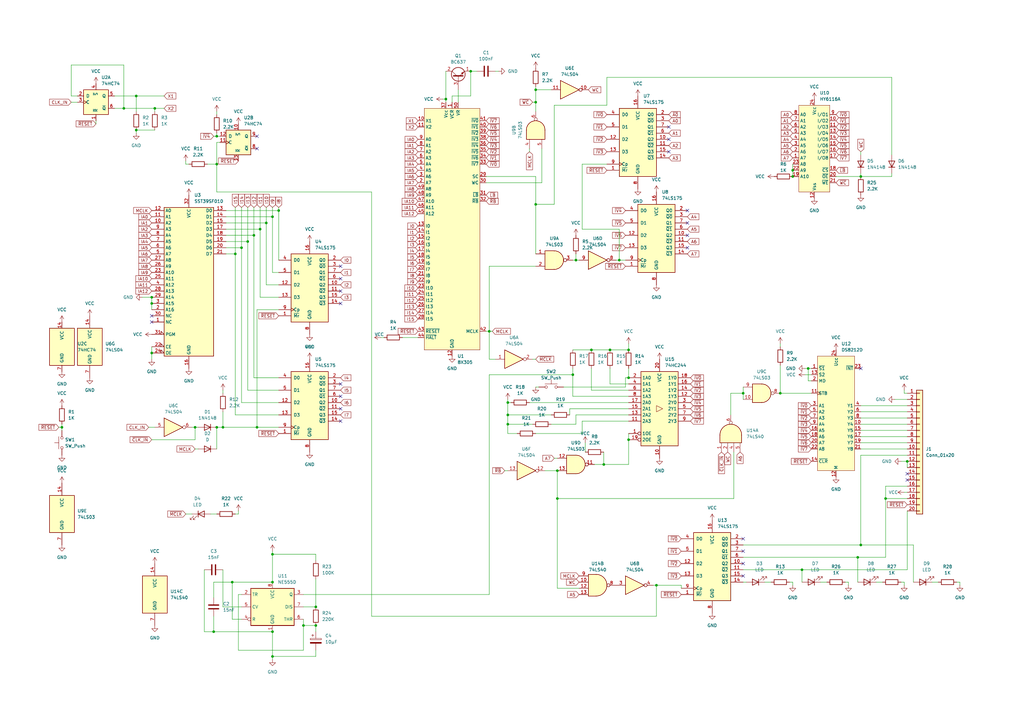
<source format=kicad_sch>
(kicad_sch (version 20230121) (generator eeschema)
  (paper "A3")
  (junction (at 325.12 69.85))
  (junction (at 50.8 44.45))
  (junction (at 236.22 106.68))
  (junction (at 228.6 193.04))
  (junction (at 25.4 175.26))
  (junction (at 129.54 248.92))
  (junction (at 55.88 39.37))
  (junction (at 304.8 161.29))
  (junction (at 95.25 238.76))
  (junction (at 320.04 161.29))
  (junction (at 193.04 29.21))
  (junction (at 219.71 41.91))
  (junction (at 234.95 153.67))
  (junction (at 353.06 223.52))
  (junction (at 182.88 40.64))
  (junction (at 114.3 86.36))
  (junction (at 88.9 175.26))
  (junction (at 250.19 143.51))
  (junction (at 372.11 189.23))
  (junction (at 111.76 269.24))
  (junction (at 55.88 53.34))
  (junction (at 91.44 175.26))
  (junction (at 228.6 204.47))
  (junction (at 62.23 124.46))
  (junction (at 353.06 72.39))
  (junction (at 328.93 233.68))
  (junction (at 129.54 256.54))
  (junction (at 88.9 67.31))
  (junction (at 111.76 259.08))
  (junction (at 254 106.68))
  (junction (at 111.76 238.76))
  (junction (at 111.76 227.33))
  (junction (at 269.24 240.03))
  (junction (at 101.6 99.06))
  (junction (at 63.5 44.45))
  (junction (at 257.81 154.94))
  (junction (at 62.23 144.78))
  (junction (at 87.63 259.08))
  (junction (at 62.23 121.92))
  (junction (at 111.76 88.9))
  (junction (at 99.06 101.6))
  (junction (at 351.79 228.6))
  (junction (at 219.71 83.82))
  (junction (at 88.9 55.88))
  (junction (at 208.28 173.99))
  (junction (at 247.65 190.5))
  (junction (at 80.01 175.26))
  (junction (at 104.14 96.52))
  (junction (at 96.52 104.14))
  (junction (at 200.66 135.89))
  (junction (at 219.71 36.83))
  (junction (at 105.41 175.26))
  (junction (at 257.81 180.34))
  (junction (at 257.81 143.51))
  (junction (at 109.22 91.44))
  (junction (at 208.28 165.1))
  (junction (at 325.12 72.39))
  (junction (at 242.57 143.51))
  (junction (at 208.28 170.18))
  (junction (at 106.68 93.98))
  (junction (at 363.22 204.47))
  (junction (at 124.46 256.54))
  (junction (at 331.47 151.13))
  (no_connect (at 304.8 236.22))
  (no_connect (at 139.7 172.72))
  (no_connect (at 274.32 57.15))
  (no_connect (at 274.32 52.07))
  (no_connect (at 274.32 62.23))
  (no_connect (at 304.8 226.06))
  (no_connect (at 139.7 109.22))
  (no_connect (at 105.41 55.88))
  (no_connect (at 353.06 151.13))
  (no_connect (at 105.41 60.96))
  (no_connect (at 372.11 196.85))
  (no_connect (at 62.23 132.08))
  (no_connect (at 139.7 124.46))
  (no_connect (at 139.7 167.64))
  (no_connect (at 281.94 96.52))
  (no_connect (at 139.7 114.3))
  (no_connect (at 139.7 157.48))
  (no_connect (at 304.8 220.98))
  (no_connect (at 139.7 162.56))
  (no_connect (at 304.8 231.14))
  (no_connect (at 281.94 101.6))
  (no_connect (at 62.23 129.54))
  (no_connect (at 139.7 119.38))
  (no_connect (at 281.94 86.36))
  (no_connect (at 372.11 194.31))
  (no_connect (at 281.94 91.44))
  (wire (pts (xy 236.22 106.68) (xy 237.49 106.68)))
  (wire (pts (xy 353.06 171.45) (xy 372.11 171.45)))
  (wire (pts (xy 88.9 54.61) (xy 88.9 55.88)))
  (wire (pts (xy 269.24 240.03) (xy 269.24 252.73)))
  (wire (pts (xy 353.06 179.07) (xy 372.11 179.07)))
  (wire (pts (xy 228.6 241.3) (xy 228.6 204.47)))
  (wire (pts (xy 372.11 233.68) (xy 372.11 209.55)))
  (wire (pts (xy 359.41 238.76) (xy 361.95 238.76)))
  (wire (pts (xy 97.79 266.7) (xy 97.79 243.84)))
  (wire (pts (xy 346.71 238.76) (xy 347.98 238.76)))
  (wire (pts (xy 99.06 85.09) (xy 99.06 101.6)))
  (wire (pts (xy 104.14 96.52) (xy 104.14 154.94)))
  (wire (pts (xy 208.28 170.18) (xy 208.28 165.1)))
  (wire (pts (xy 248.92 67.31) (xy 238.76 67.31)))
  (wire (pts (xy 227.33 187.96) (xy 228.6 187.96)))
  (wire (pts (xy 92.71 96.52) (xy 104.14 96.52)))
  (wire (pts (xy 29.21 39.37) (xy 31.75 39.37)))
  (wire (pts (xy 105.41 175.26) (xy 114.3 175.26)))
  (wire (pts (xy 299.72 161.29) (xy 299.72 170.18)))
  (wire (pts (xy 25.4 175.26) (xy 24.13 175.26)))
  (wire (pts (xy 193.04 29.21) (xy 195.58 29.21)))
  (wire (pts (xy 124.46 254) (xy 124.46 256.54)))
  (wire (pts (xy 313.69 238.76) (xy 316.23 238.76)))
  (wire (pts (xy 238.76 172.72) (xy 238.76 177.8)))
  (wire (pts (xy 257.81 140.97) (xy 257.81 143.51)))
  (wire (pts (xy 247.65 185.42) (xy 247.65 190.5)))
  (wire (pts (xy 63.5 44.45) (xy 50.8 44.45)))
  (wire (pts (xy 109.22 85.09) (xy 109.22 91.44)))
  (wire (pts (xy 50.8 26.67) (xy 29.21 26.67)))
  (wire (pts (xy 200.66 243.84) (xy 200.66 153.67)))
  (wire (pts (xy 96.52 104.14) (xy 96.52 170.18)))
  (wire (pts (xy 328.93 233.68) (xy 372.11 233.68)))
  (wire (pts (xy 218.44 173.99) (xy 208.28 173.99)))
  (wire (pts (xy 99.06 101.6) (xy 99.06 165.1)))
  (wire (pts (xy 129.54 248.92) (xy 124.46 248.92)))
  (wire (pts (xy 231.14 158.75) (xy 256.54 158.75)))
  (wire (pts (xy 106.68 121.92) (xy 114.3 121.92)))
  (wire (pts (xy 185.42 41.91) (xy 185.42 39.37)))
  (wire (pts (xy 222.25 74.93) (xy 199.39 74.93)))
  (wire (pts (xy 363.22 204.47) (xy 372.11 204.47)))
  (wire (pts (xy 129.54 227.33) (xy 111.76 227.33)))
  (wire (pts (xy 299.72 161.29) (xy 304.8 161.29)))
  (wire (pts (xy 331.47 151.13) (xy 332.74 151.13)))
  (wire (pts (xy 92.71 99.06) (xy 101.6 99.06)))
  (wire (pts (xy 92.71 91.44) (xy 109.22 91.44)))
  (wire (pts (xy 88.9 67.31) (xy 88.9 78.74)))
  (wire (pts (xy 208.28 165.1) (xy 209.55 165.1)))
  (wire (pts (xy 208.28 173.99) (xy 208.28 170.18)))
  (wire (pts (xy 129.54 229.87) (xy 129.54 227.33)))
  (wire (pts (xy 76.2 210.82) (xy 78.74 210.82)))
  (wire (pts (xy 353.06 223.52) (xy 304.8 223.52)))
  (wire (pts (xy 372.11 186.69) (xy 353.06 186.69)))
  (wire (pts (xy 207.01 193.04) (xy 208.28 193.04)))
  (wire (pts (xy 187.96 36.83) (xy 187.96 41.91)))
  (wire (pts (xy 111.76 227.33) (xy 111.76 238.76)))
  (wire (pts (xy 234.95 162.56) (xy 257.81 162.56)))
  (wire (pts (xy 228.6 193.04) (xy 228.6 204.47)))
  (wire (pts (xy 242.57 160.02) (xy 257.81 160.02)))
  (wire (pts (xy 320.04 149.86) (xy 320.04 161.29)))
  (wire (pts (xy 370.84 238.76) (xy 370.84 240.03)))
  (wire (pts (xy 238.76 93.98) (xy 254 93.98)))
  (wire (pts (xy 218.44 41.91) (xy 219.71 41.91)))
  (wire (pts (xy 330.2 151.13) (xy 331.47 151.13)))
  (wire (pts (xy 78.74 175.26) (xy 80.01 175.26)))
  (wire (pts (xy 60.96 175.26) (xy 63.5 175.26)))
  (wire (pts (xy 199.39 72.39) (xy 219.71 72.39)))
  (wire (pts (xy 323.85 238.76) (xy 325.12 238.76)))
  (wire (pts (xy 370.84 161.29) (xy 372.11 161.29)))
  (wire (pts (xy 234.95 151.13) (xy 234.95 153.67)))
  (wire (pts (xy 238.76 177.8) (xy 219.71 177.8)))
  (wire (pts (xy 109.22 91.44) (xy 109.22 116.84)))
  (wire (pts (xy 124.46 256.54) (xy 124.46 266.7)))
  (wire (pts (xy 83.82 259.08) (xy 87.63 259.08)))
  (wire (pts (xy 218.44 147.32) (xy 219.71 147.32)))
  (wire (pts (xy 46.99 44.45) (xy 50.8 44.45)))
  (wire (pts (xy 370.84 201.93) (xy 372.11 201.93)))
  (wire (pts (xy 369.57 238.76) (xy 370.84 238.76)))
  (wire (pts (xy 374.65 223.52) (xy 353.06 223.52)))
  (wire (pts (xy 111.76 85.09) (xy 111.76 88.9)))
  (wire (pts (xy 374.65 238.76) (xy 374.65 223.52)))
  (wire (pts (xy 223.52 193.04) (xy 228.6 193.04)))
  (wire (pts (xy 226.06 170.18) (xy 208.28 170.18)))
  (wire (pts (xy 88.9 45.72) (xy 88.9 46.99)))
  (wire (pts (xy 300.99 185.42) (xy 300.99 204.47)))
  (wire (pts (xy 29.21 26.67) (xy 29.21 39.37)))
  (wire (pts (xy 332.74 156.21) (xy 331.47 156.21)))
  (wire (pts (xy 55.88 39.37) (xy 67.31 39.37)))
  (wire (pts (xy 87.63 259.08) (xy 111.76 259.08)))
  (wire (pts (xy 370.84 160.02) (xy 370.84 161.29)))
  (wire (pts (xy 227.33 83.82) (xy 219.71 83.82)))
  (wire (pts (xy 97.79 243.84) (xy 99.06 243.84)))
  (wire (pts (xy 372.11 189.23) (xy 372.11 191.77)))
  (wire (pts (xy 238.76 67.31) (xy 238.76 93.98)))
  (wire (pts (xy 91.44 168.91) (xy 91.44 175.26)))
  (wire (pts (xy 250.19 151.13) (xy 250.19 157.48)))
  (wire (pts (xy 76.2 67.31) (xy 77.47 67.31)))
  (wire (pts (xy 392.43 238.76) (xy 393.7 238.76)))
  (wire (pts (xy 92.71 86.36) (xy 114.3 86.36)))
  (wire (pts (xy 353.06 181.61) (xy 372.11 181.61)))
  (wire (pts (xy 111.76 226.06) (xy 111.76 227.33)))
  (wire (pts (xy 331.47 156.21) (xy 331.47 151.13)))
  (wire (pts (xy 236.22 173.99) (xy 226.06 173.99)))
  (wire (pts (xy 111.76 270.51) (xy 111.76 269.24)))
  (wire (pts (xy 257.81 170.18) (xy 236.22 170.18)))
  (wire (pts (xy 62.23 144.78) (xy 62.23 147.32)))
  (wire (pts (xy 353.06 166.37) (xy 372.11 166.37)))
  (wire (pts (xy 353.06 168.91) (xy 372.11 168.91)))
  (wire (pts (xy 101.6 160.02) (xy 114.3 160.02)))
  (wire (pts (xy 25.4 173.99) (xy 25.4 175.26)))
  (wire (pts (xy 203.2 147.32) (xy 200.66 147.32)))
  (wire (pts (xy 363.22 199.39) (xy 363.22 204.47)))
  (wire (pts (xy 55.88 54.61) (xy 55.88 53.34)))
  (wire (pts (xy 363.22 228.6) (xy 363.22 204.47)))
  (wire (pts (xy 236.22 170.18) (xy 236.22 173.99)))
  (wire (pts (xy 76.2 66.04) (xy 76.2 67.31)))
  (wire (pts (xy 353.06 71.12) (xy 353.06 72.39)))
  (wire (pts (xy 185.42 39.37) (xy 193.04 39.37)))
  (wire (pts (xy 320.04 140.97) (xy 320.04 142.24)))
  (wire (pts (xy 114.3 86.36) (xy 114.3 106.68)))
  (wire (pts (xy 219.71 35.56) (xy 219.71 36.83)))
  (wire (pts (xy 92.71 101.6) (xy 99.06 101.6)))
  (wire (pts (xy 208.28 177.8) (xy 208.28 173.99)))
  (wire (pts (xy 95.25 238.76) (xy 111.76 238.76)))
  (wire (pts (xy 228.6 204.47) (xy 300.99 204.47)))
  (wire (pts (xy 250.19 157.48) (xy 257.81 157.48)))
  (wire (pts (xy 336.55 238.76) (xy 339.09 238.76)))
  (wire (pts (xy 193.04 39.37) (xy 193.04 29.21)))
  (wire (pts (xy 351.79 228.6) (xy 363.22 228.6)))
  (wire (pts (xy 83.82 233.68) (xy 83.82 259.08)))
  (wire (pts (xy 353.06 184.15) (xy 372.11 184.15)))
  (wire (pts (xy 219.71 72.39) (xy 219.71 83.82)))
  (wire (pts (xy 87.63 245.11) (xy 87.63 238.76)))
  (wire (pts (xy 347.98 238.76) (xy 347.98 240.03)))
  (wire (pts (xy 353.06 176.53) (xy 372.11 176.53)))
  (wire (pts (xy 257.81 177.8) (xy 257.81 180.34)))
  (wire (pts (xy 227.33 43.18) (xy 227.33 83.82)))
  (wire (pts (xy 325.12 69.85) (xy 325.12 72.39)))
  (wire (pts (xy 200.66 135.89) (xy 199.39 135.89)))
  (wire (pts (xy 200.66 109.22) (xy 200.66 135.89)))
  (wire (pts (xy 353.06 173.99) (xy 372.11 173.99)))
  (wire (pts (xy 88.9 184.15) (xy 88.9 175.26)))
  (wire (pts (xy 304.8 228.6) (xy 351.79 228.6)))
  (wire (pts (xy 80.01 175.26) (xy 81.28 175.26)))
  (wire (pts (xy 222.25 60.96) (xy 222.25 74.93)))
  (wire (pts (xy 92.71 93.98) (xy 106.68 93.98)))
  (wire (pts (xy 256.54 154.94) (xy 257.81 154.94)))
  (wire (pts (xy 200.66 135.89) (xy 200.66 147.32)))
  (wire (pts (xy 236.22 104.14) (xy 236.22 106.68)))
  (wire (pts (xy 124.46 266.7) (xy 97.79 266.7)))
  (wire (pts (xy 219.71 36.83) (xy 219.71 41.91)))
  (wire (pts (xy 55.88 39.37) (xy 46.99 39.37)))
  (wire (pts (xy 90.17 58.42) (xy 88.9 58.42)))
  (wire (pts (xy 114.3 127) (xy 105.41 127)))
  (wire (pts (xy 325.12 238.76) (xy 325.12 240.03)))
  (wire (pts (xy 91.44 233.68) (xy 91.44 248.92)))
  (wire (pts (xy 106.68 85.09) (xy 106.68 93.98)))
  (wire (pts (xy 111.76 111.76) (xy 114.3 111.76)))
  (wire (pts (xy 62.23 124.46) (xy 62.23 127)))
  (wire (pts (xy 365.76 31.75) (xy 248.92 31.75)))
  (wire (pts (xy 55.88 39.37) (xy 55.88 45.72)))
  (wire (pts (xy 129.54 269.24) (xy 111.76 269.24)))
  (wire (pts (xy 219.71 83.82) (xy 219.71 104.14)))
  (wire (pts (xy 182.88 29.21) (xy 182.88 40.64)))
  (wire (pts (xy 129.54 237.49) (xy 129.54 248.92)))
  (wire (pts (xy 353.06 186.69) (xy 353.06 223.52)))
  (wire (pts (xy 243.84 190.5) (xy 247.65 190.5)))
  (wire (pts (xy 101.6 99.06) (xy 101.6 160.02)))
  (wire (pts (xy 109.22 116.84) (xy 114.3 116.84)))
  (wire (pts (xy 165.1 138.43) (xy 171.45 138.43)))
  (wire (pts (xy 39.37 49.53) (xy 39.37 50.8)))
  (wire (pts (xy 240.03 181.61) (xy 240.03 185.42)))
  (wire (pts (xy 325.12 67.31) (xy 325.12 69.85)))
  (wire (pts (xy 96.52 85.09) (xy 96.52 104.14)))
  (wire (pts (xy 254 106.68) (xy 256.54 106.68)))
  (wire (pts (xy 257.81 180.34) (xy 257.81 190.5)))
  (wire (pts (xy 208.28 163.83) (xy 208.28 165.1)))
  (wire (pts (xy 269.24 240.03) (xy 279.4 240.03)))
  (wire (pts (xy 367.03 163.83) (xy 372.11 163.83)))
  (wire (pts (xy 247.65 190.5) (xy 257.81 190.5)))
  (wire (pts (xy 219.71 158.75) (xy 220.98 158.75)))
  (wire (pts (xy 304.8 161.29) (xy 304.8 158.75)))
  (wire (pts (xy 58.42 121.92) (xy 62.23 121.92)))
  (wire (pts (xy 382.27 238.76) (xy 384.81 238.76)))
  (wire (pts (xy 104.14 85.09) (xy 104.14 96.52)))
  (wire (pts (xy 267.97 240.03) (xy 269.24 240.03)))
  (wire (pts (xy 129.54 266.7) (xy 129.54 269.24)))
  (wire (pts (xy 217.17 62.23) (xy 217.17 60.96)))
  (wire (pts (xy 50.8 44.45) (xy 50.8 26.67)))
  (wire (pts (xy 97.79 209.55) (xy 97.79 210.82)))
  (wire (pts (xy 91.44 160.02) (xy 91.44 161.29)))
  (wire (pts (xy 257.81 143.51) (xy 250.19 143.51)))
  (wire (pts (xy 248.92 43.18) (xy 227.33 43.18)))
  (wire (pts (xy 279.4 240.03) (xy 279.4 241.3)))
  (wire (pts (xy 124.46 243.84) (xy 200.66 243.84)))
  (wire (pts (xy 182.88 40.64) (xy 182.88 41.91)))
  (wire (pts (xy 99.06 254) (xy 95.25 254)))
  (wire (pts (xy 248.92 31.75) (xy 248.92 43.18)))
  (wire (pts (xy 152.4 78.74) (xy 152.4 252.73)))
  (wire (pts (xy 104.14 154.94) (xy 114.3 154.94)))
  (wire (pts (xy 201.93 135.89) (xy 200.66 135.89)))
  (wire (pts (xy 29.21 41.91) (xy 31.75 41.91)))
  (wire (pts (xy 62.23 142.24) (xy 62.23 144.78)))
  (wire (pts (xy 88.9 78.74) (xy 152.4 78.74)))
  (wire (pts (xy 152.4 252.73) (xy 269.24 252.73)))
  (wire (pts (xy 111.76 259.08) (xy 111.76 269.24)))
  (wire (pts (xy 87.63 252.73) (xy 87.63 259.08)))
  (wire (pts (xy 365.76 31.75) (xy 365.76 63.5)))
  (wire (pts (xy 252.73 106.68) (xy 254 106.68)))
  (wire (pts (xy 101.6 85.09) (xy 101.6 99.06)))
  (wire (pts (xy 320.04 161.29) (xy 332.74 161.29)))
  (wire (pts (xy 242.57 151.13) (xy 242.57 160.02)))
  (wire (pts (xy 233.68 167.64) (xy 233.68 170.18)))
  (wire (pts (xy 62.23 180.34) (xy 80.01 180.34)))
  (wire (pts (xy 369.57 189.23) (xy 372.11 189.23)))
  (wire (pts (xy 257.81 151.13) (xy 257.81 154.94)))
  (wire (pts (xy 234.95 106.68) (xy 236.22 106.68)))
  (wire (pts (xy 63.5 44.45) (xy 63.5 45.72)))
  (wire (pts (xy 342.9 72.39) (xy 353.06 72.39)))
  (wire (pts (xy 393.7 238.76) (xy 393.7 240.03)))
  (wire (pts (xy 92.71 104.14) (xy 96.52 104.14)))
  (wire (pts (xy 304.8 161.29) (xy 304.8 163.83)))
  (wire (pts (xy 257.81 172.72) (xy 238.76 172.72)))
  (wire (pts (xy 200.66 109.22) (xy 219.71 109.22)))
  (wire (pts (xy 234.95 153.67) (xy 234.95 162.56)))
  (wire (pts (xy 212.09 177.8) (xy 208.28 177.8)))
  (wire (pts (xy 156.21 138.43) (xy 157.48 138.43)))
  (wire (pts (xy 96.52 170.18) (xy 114.3 170.18)))
  (wire (pts (xy 200.66 153.67) (xy 234.95 153.67)))
  (wire (pts (xy 254 93.98) (xy 254 106.68)))
  (wire (pts (xy 87.63 55.88) (xy 88.9 55.88)))
  (wire (pts (xy 237.49 241.3) (xy 228.6 241.3)))
  (wire (pts (xy 330.2 153.67) (xy 332.74 153.67)))
  (wire (pts (xy 353.06 62.23) (xy 353.06 63.5)))
  (wire (pts (xy 256.54 158.75) (xy 256.54 154.94)))
  (wire (pts (xy 250.19 143.51) (xy 242.57 143.51)))
  (wire (pts (xy 304.8 238.76) (xy 306.07 238.76)))
  (wire (pts (xy 63.5 44.45) (xy 67.31 44.45)))
  (wire (pts (xy 99.06 165.1) (xy 114.3 165.1)))
  (wire (pts (xy 95.25 254) (xy 95.25 238.76)))
  (wire (pts (xy 124.46 256.54) (xy 129.54 256.54)))
  (wire (pts (xy 129.54 256.54) (xy 129.54 259.08)))
  (wire (pts (xy 106.68 93.98) (xy 106.68 121.92)))
  (wire (pts (xy 87.63 238.76) (xy 95.25 238.76)))
  (wire (pts (xy 88.9 58.42) (xy 88.9 67.31)))
  (wire (pts (xy 181.61 40.64) (xy 182.88 40.64)))
  (wire (pts (xy 80.01 180.34) (xy 80.01 175.26)))
  (wire (pts (xy 219.71 41.91) (xy 219.71 45.72)))
  (wire (pts (xy 114.3 85.09) (xy 114.3 86.36)))
  (wire (pts (xy 111.76 88.9) (xy 111.76 111.76)))
  (wire (pts (xy 328.93 233.68) (xy 328.93 238.76)))
  (wire (pts (xy 91.44 248.92) (xy 99.06 248.92)))
  (wire (pts (xy 242.57 143.51) (xy 234.95 143.51)))
  (wire (pts (xy 62.23 121.92) (xy 62.23 124.46)))
  (wire (pts (xy 85.09 67.31) (xy 88.9 67.31)))
  (wire (pts (xy 353.06 72.39) (xy 365.76 72.39)))
  (wire (pts (xy 91.44 175.26) (xy 105.41 175.26)))
  (wire (pts (xy 304.8 233.68) (xy 328.93 233.68)))
  (wire (pts (xy 105.41 127) (xy 105.41 175.26)))
  (wire (pts (xy 88.9 55.88) (xy 90.17 55.88)))
  (wire (pts (xy 25.4 175.26) (xy 25.4 176.53)))
  (wire (pts (xy 217.17 165.1) (xy 257.81 165.1)))
  (wire (pts (xy 203.2 29.21) (xy 204.47 29.21)))
  (wire (pts (xy 351.79 228.6) (xy 351.79 238.76)))
  (wire (pts (xy 55.88 53.34) (xy 63.5 53.34)))
  (wire (pts (xy 365.76 72.39) (xy 365.76 71.12)))
  (wire (pts (xy 372.11 199.39) (xy 363.22 199.39)))
  (wire (pts (xy 86.36 210.82) (xy 88.9 210.82)))
  (wire (pts (xy 97.79 210.82) (xy 96.52 210.82)))
  (wire (pts (xy 257.81 167.64) (xy 233.68 167.64)))
  (wire (pts (xy 80.01 184.15) (xy 81.28 184.15)))
  (wire (pts (xy 88.9 175.26) (xy 91.44 175.26)))
  (wire (pts (xy 226.06 36.83) (xy 219.71 36.83)))
  (wire (pts (xy 92.71 88.9) (xy 111.76 88.9)))
  (global_label "CLK_IN" (shape input) (at 29.21 41.91 180) (property "Intersheetrefs" "${INTERSHEET_REFS}" (effects hide)))
  (global_label "MCLK" (shape input) (at 62.23 86.36 180) (property "Intersheetrefs" "${INTERSHEET_REFS}" (effects hide)))
  (global_label "IA9" (shape input) (at 62.23 111.76 180) (property "Intersheetrefs" "${INTERSHEET_REFS}" (effects hide)))
  (global_label "A2" (shape input) (at 274.32 59.69 0) (property "Intersheetrefs" "${INTERSHEET_REFS}" (effects hide)))
  (global_label "~{IV3}" (shape input) (at 283.21 162.56 0) (property "Intersheetrefs" "${INTERSHEET_REFS}" (effects hide)))
  (global_label "IA1" (shape input) (at 171.45 59.69 180) (property "Intersheetrefs" "${INTERSHEET_REFS}" (effects hide)))
  (global_label "IA12" (shape input) (at 62.23 119.38 180) (property "Intersheetrefs" "${INTERSHEET_REFS}" (effects hide)))
  (global_label "~{IV0}" (shape input) (at 248.92 46.99 180) (property "Intersheetrefs" "${INTERSHEET_REFS}" (effects hide)))
  (global_label "~{MCLK}" (shape input) (at 76.2 210.82 180) (property "Intersheetrefs" "${INTERSHEET_REFS}" (effects hide)))
  (global_label "~{IV0}" (shape input) (at 342.9 46.99 0) (property "Intersheetrefs" "${INTERSHEET_REFS}" (effects hide)))
  (global_label "~{RESET}" (shape input) (at 114.3 129.54 180) (property "Intersheetrefs" "${INTERSHEET_REFS}" (effects hide)))
  (global_label "I5" (shape input) (at 171.45 105.41 180) (property "Intersheetrefs" "${INTERSHEET_REFS}" (effects hide)))
  (global_label "~{IV5}" (shape input) (at 199.39 54.61 0) (property "Intersheetrefs" "${INTERSHEET_REFS}" (effects hide)))
  (global_label "CLK_IN" (shape input) (at 60.96 175.26 180) (property "Intersheetrefs" "${INTERSHEET_REFS}" (effects hide)))
  (global_label "I14" (shape input) (at 99.06 85.09 90) (property "Intersheetrefs" "${INTERSHEET_REFS}" (effects hide)))
  (global_label "~{CLK_IN}" (shape input) (at 62.23 180.34 180) (property "Intersheetrefs" "${INTERSHEET_REFS}" (effects hide)))
  (global_label "IA10" (shape input) (at 171.45 82.55 180) (property "Intersheetrefs" "${INTERSHEET_REFS}" (effects hide)))
  (global_label "A5" (shape input) (at 237.49 243.84 180) (property "Intersheetrefs" "${INTERSHEET_REFS}" (effects hide)))
  (global_label "~{IV3}" (shape input) (at 342.9 54.61 0) (property "Intersheetrefs" "${INTERSHEET_REFS}" (effects hide)))
  (global_label "X2" (shape input) (at 171.45 52.07 180) (property "Intersheetrefs" "${INTERSHEET_REFS}" (effects hide)))
  (global_label "WC" (shape input) (at 353.06 62.23 90) (property "Intersheetrefs" "${INTERSHEET_REFS}" (effects hide)))
  (global_label "I10" (shape input) (at 171.45 118.11 180) (property "Intersheetrefs" "${INTERSHEET_REFS}" (effects hide)))
  (global_label "IA10" (shape input) (at 62.23 114.3 180) (property "Intersheetrefs" "${INTERSHEET_REFS}" (effects hide)))
  (global_label "~{IV0}" (shape input) (at 283.21 154.94 0) (property "Intersheetrefs" "${INTERSHEET_REFS}" (effects hide)))
  (global_label "~{IV4}" (shape input) (at 342.9 57.15 0) (property "Intersheetrefs" "${INTERSHEET_REFS}" (effects hide)))
  (global_label "A6" (shape input) (at 303.53 185.42 270) (property "Intersheetrefs" "${INTERSHEET_REFS}" (effects hide)))
  (global_label "WC" (shape input) (at 241.3 36.83 0) (property "Intersheetrefs" "${INTERSHEET_REFS}" (effects hide)))
  (global_label "I11" (shape input) (at 171.45 120.65 180) (property "Intersheetrefs" "${INTERSHEET_REFS}" (effects hide)))
  (global_label "I4" (shape input) (at 171.45 102.87 180) (property "Intersheetrefs" "${INTERSHEET_REFS}" (effects hide)))
  (global_label "WC" (shape input) (at 237.49 238.76 180) (property "Intersheetrefs" "${INTERSHEET_REFS}" (effects hide)))
  (global_label "~{A0}" (shape input) (at 274.32 46.99 0) (property "Intersheetrefs" "${INTERSHEET_REFS}" (effects hide)))
  (global_label "X1" (shape input) (at 171.45 49.53 180) (property "Intersheetrefs" "${INTERSHEET_REFS}" (effects hide)))
  (global_label "IA5" (shape input) (at 171.45 69.85 180) (property "Intersheetrefs" "${INTERSHEET_REFS}" (effects hide)))
  (global_label "~{IV4}" (shape input) (at 199.39 57.15 0) (property "Intersheetrefs" "${INTERSHEET_REFS}" (effects hide)))
  (global_label "IA8" (shape input) (at 171.45 77.47 180) (property "Intersheetrefs" "${INTERSHEET_REFS}" (effects hide)))
  (global_label "I1" (shape input) (at 139.7 111.76 0) (property "Intersheetrefs" "${INTERSHEET_REFS}" (effects hide)))
  (global_label "I12" (shape input) (at 104.14 85.09 90) (property "Intersheetrefs" "${INTERSHEET_REFS}" (effects hide)))
  (global_label "I6" (shape input) (at 139.7 165.1 0) (property "Intersheetrefs" "${INTERSHEET_REFS}" (effects hide)))
  (global_label "IA8" (shape input) (at 62.23 109.22 180) (property "Intersheetrefs" "${INTERSHEET_REFS}" (effects hide)))
  (global_label "~{IV2}" (shape input) (at 199.39 62.23 0) (property "Intersheetrefs" "${INTERSHEET_REFS}" (effects hide)))
  (global_label "~{IV6}" (shape input) (at 283.21 170.18 0) (property "Intersheetrefs" "${INTERSHEET_REFS}" (effects hide)))
  (global_label "~{RESET}" (shape input) (at 256.54 109.22 180) (property "Intersheetrefs" "${INTERSHEET_REFS}" (effects hide)))
  (global_label "I15" (shape input) (at 171.45 130.81 180) (property "Intersheetrefs" "${INTERSHEET_REFS}" (effects hide)))
  (global_label "MCLK" (shape input) (at 237.49 236.22 180) (property "Intersheetrefs" "${INTERSHEET_REFS}" (effects hide)))
  (global_label "A4" (shape input) (at 325.12 57.15 180) (property "Intersheetrefs" "${INTERSHEET_REFS}" (effects hide)))
  (global_label "I13" (shape input) (at 171.45 125.73 180) (property "Intersheetrefs" "${INTERSHEET_REFS}" (effects hide)))
  (global_label "~{IV7}" (shape input) (at 342.9 64.77 0) (property "Intersheetrefs" "${INTERSHEET_REFS}" (effects hide)))
  (global_label "I4" (shape input) (at 139.7 154.94 0) (property "Intersheetrefs" "${INTERSHEET_REFS}" (effects hide)))
  (global_label "I14" (shape input) (at 171.45 128.27 180) (property "Intersheetrefs" "${INTERSHEET_REFS}" (effects hide)))
  (global_label "I0" (shape input) (at 171.45 92.71 180) (property "Intersheetrefs" "${INTERSHEET_REFS}" (effects hide)))
  (global_label "IA6" (shape input) (at 62.23 104.14 180) (property "Intersheetrefs" "${INTERSHEET_REFS}" (effects hide)))
  (global_label "I5" (shape input) (at 139.7 160.02 0) (property "Intersheetrefs" "${INTERSHEET_REFS}" (effects hide)))
  (global_label "IA7" (shape input) (at 62.23 106.68 180) (property "Intersheetrefs" "${INTERSHEET_REFS}" (effects hide)))
  (global_label "~{RESET}" (shape input) (at 114.3 177.8 180) (property "Intersheetrefs" "${INTERSHEET_REFS}" (effects hide)))
  (global_label "~{IV2}" (shape input) (at 248.92 57.15 180) (property "Intersheetrefs" "${INTERSHEET_REFS}" (effects hide)))
  (global_label "I9" (shape input) (at 171.45 115.57 180) (property "Intersheetrefs" "${INTERSHEET_REFS}" (effects hide)))
  (global_label "I0" (shape input) (at 139.7 106.68 0) (property "Intersheetrefs" "${INTERSHEET_REFS}" (effects hide)))
  (global_label "I2" (shape input) (at 139.7 116.84 0) (property "Intersheetrefs" "${INTERSHEET_REFS}" (effects hide)))
  (global_label "~{IV0}" (shape input) (at 332.74 166.37 180) (property "Intersheetrefs" "${INTERSHEET_REFS}" (effects hide)))
  (global_label "~{IV4}" (shape input) (at 87.63 55.88 180) (property "Intersheetrefs" "${INTERSHEET_REFS}" (effects hide)))
  (global_label "I13" (shape input) (at 101.6 85.09 90) (property "Intersheetrefs" "${INTERSHEET_REFS}" (effects hide)))
  (global_label "~{IV2}" (shape input) (at 342.9 52.07 0) (property "Intersheetrefs" "${INTERSHEET_REFS}" (effects hide)))
  (global_label "~{IV1}" (shape input) (at 248.92 52.07 180) (property "Intersheetrefs" "${INTERSHEET_REFS}" (effects hide)))
  (global_label "A2" (shape input) (at 325.12 52.07 180) (property "Intersheetrefs" "${INTERSHEET_REFS}" (effects hide)))
  (global_label "A7" (shape input) (at 325.12 64.77 180) (property "Intersheetrefs" "${INTERSHEET_REFS}" (effects hide)))
  (global_label "I12" (shape input) (at 171.45 123.19 180) (property "Intersheetrefs" "${INTERSHEET_REFS}" (effects hide)))
  (global_label "~{MCLK}" (shape input) (at 219.71 147.32 0) (property "Intersheetrefs" "${INTERSHEET_REFS}" (effects hide)))
  (global_label "IA9" (shape input) (at 171.45 80.01 180) (property "Intersheetrefs" "${INTERSHEET_REFS}" (effects hide)))
  (global_label "~{LB}" (shape input) (at 342.9 69.85 0) (property "Intersheetrefs" "${INTERSHEET_REFS}" (effects hide)))
  (global_label "~{IV4}" (shape input) (at 256.54 86.36 180) (property "Intersheetrefs" "${INTERSHEET_REFS}" (effects hide)))
  (global_label "~{RB}" (shape input) (at 199.39 82.55 0) (property "Intersheetrefs" "${INTERSHEET_REFS}" (effects hide)))
  (global_label "IA12" (shape input) (at 171.45 87.63 180) (property "Intersheetrefs" "${INTERSHEET_REFS}" (effects hide)))
  (global_label "A3" (shape input) (at 325.12 54.61 180) (property "Intersheetrefs" "${INTERSHEET_REFS}" (effects hide)))
  (global_label "~{RESET}" (shape input) (at 332.74 189.23 180) (property "Intersheetrefs" "${INTERSHEET_REFS}" (effects hide)))
  (global_label "I3" (shape input) (at 171.45 100.33 180) (property "Intersheetrefs" "${INTERSHEET_REFS}" (effects hide)))
  (global_label "~{IV0}" (shape input) (at 199.39 67.31 0) (property "Intersheetrefs" "${INTERSHEET_REFS}" (effects hide)))
  (global_label "A1" (shape input) (at 325.12 49.53 180) (property "Intersheetrefs" "${INTERSHEET_REFS}" (effects hide)))
  (global_label "I1" (shape input) (at 171.45 95.25 180) (property "Intersheetrefs" "${INTERSHEET_REFS}" (effects hide)))
  (global_label "~{IV6}" (shape input) (at 199.39 52.07 0) (property "Intersheetrefs" "${INTERSHEET_REFS}" (effects hide)))
  (global_label "~{IV7}" (shape input) (at 199.39 49.53 0) (property "Intersheetrefs" "${INTERSHEET_REFS}" (effects hide)))
  (global_label "~{RESET}" (shape input) (at 39.37 50.8 180) (property "Intersheetrefs" "${INTERSHEET_REFS}" (effects hide)))
  (global_label "IA3" (shape input) (at 62.23 96.52 180) (property "Intersheetrefs" "${INTERSHEET_REFS}" (effects hide)))
  (global_label "I8" (shape input) (at 114.3 85.09 90) (property "Intersheetrefs" "${INTERSHEET_REFS}" (effects hide)))
  (global_label "MCLK" (shape input) (at 80.01 184.15 180) (property "Intersheetrefs" "${INTERSHEET_REFS}" (effects hide)))
  (global_label "A3" (shape input) (at 274.32 64.77 0) (property "Intersheetrefs" "${INTERSHEET_REFS}" (effects hide)))
  (global_label "A5" (shape input) (at 325.12 59.69 180) (property "Intersheetrefs" "${INTERSHEET_REFS}" (effects hide)))
  (global_label "IA2" (shape input) (at 62.23 93.98 180) (property "Intersheetrefs" "${INTERSHEET_REFS}" (effects hide)))
  (global_label "X1" (shape input) (at 67.31 39.37 0) (property "Intersheetrefs" "${INTERSHEET_REFS}" (effects hide)))
  (global_label "~{IV7}" (shape input) (at 283.21 172.72 0) (property "Intersheetrefs" "${INTERSHEET_REFS}" (effects hide)))
  (global_label "~{IV6}" (shape input) (at 256.54 96.52 180) (property "Intersheetrefs" "${INTERSHEET_REFS}" (effects hide)))
  (global_label "A0" (shape input) (at 274.32 49.53 0) (property "Intersheetrefs" "${INTERSHEET_REFS}" (effects hide)))
  (global_label "~{IV1}" (shape input) (at 283.21 157.48 0) (property "Intersheetrefs" "${INTERSHEET_REFS}" (effects hide)))
  (global_label "A4" (shape input) (at 281.94 88.9 0) (property "Intersheetrefs" "${INTERSHEET_REFS}" (effects hide)))
  (global_label "IA11" (shape input) (at 62.23 116.84 180) (property "Intersheetrefs" "${INTERSHEET_REFS}" (effects hide)))
  (global_label "A6" (shape input) (at 281.94 99.06 0) (property "Intersheetrefs" "${INTERSHEET_REFS}" (effects hide)))
  (global_label "~{IV1}" (shape input) (at 332.74 168.91 180) (property "Intersheetrefs" "${INTERSHEET_REFS}" (effects hide)))
  (global_label "MCLK" (shape input) (at 201.93 135.89 0) (property "Intersheetrefs" "${INTERSHEET_REFS}" (effects hide)))
  (global_label "~{WC}" (shape input) (at 218.44 41.91 180) (property "Intersheetrefs" "${INTERSHEET_REFS}" (effects hide)))
  (global_label "I9" (shape input) (at 111.76 85.09 90) (property "Intersheetrefs" "${INTERSHEET_REFS}" (effects hide)))
  (global_label "IA0" (shape input) (at 62.23 88.9 180) (property "Intersheetrefs" "${INTERSHEET_REFS}" (effects hide)))
  (global_label "~{LB}" (shape input) (at 199.39 80.01 0) (property "Intersheetrefs" "${INTERSHEET_REFS}" (effects hide)))
  (global_label "~{RESET}" (shape input) (at 97.79 66.04 180) (property "Intersheetrefs" "${INTERSHEET_REFS}" (effects hide)))
  (global_label "I7" (shape input) (at 139.7 170.18 0) (property "Intersheetrefs" "${INTERSHEET_REFS}" (effects hide)))
  (global_label "~{IV0}" (shape input) (at 279.4 220.98 180) (property "Intersheetrefs" "${INTERSHEET_REFS}" (effects hide)))
  (global_label "A7" (shape input) (at 227.33 187.96 180) (property "Intersheetrefs" "${INTERSHEET_REFS}" (effects hide)))
  (global_label "~{RESET}" (shape input) (at 372.11 207.01 180) (property "Intersheetrefs" "${INTERSHEET_REFS}" (effects hide)))
  (global_label "IA1" (shape input) (at 62.23 91.44 180) (property "Intersheetrefs" "${INTERSHEET_REFS}" (effects hide)))
  (global_label "IA6" (shape input) (at 171.45 72.39 180) (property "Intersheetrefs" "${INTERSHEET_REFS}" (effects hide)))
  (global_label "~{RESET}" (shape input) (at 279.4 243.84 180) (property "Intersheetrefs" "${INTERSHEET_REFS}" (effects hide)))
  (global_label "~{IV5}" (shape input) (at 342.9 59.69 0) (property "Intersheetrefs" "${INTERSHEET_REFS}" (effects hide)))
  (global_label "~{IV3}" (shape input) (at 248.92 62.23 180) (property "Intersheetrefs" "${INTERSHEET_REFS}" (effects hide)))
  (global_label "IA3" (shape input) (at 171.45 64.77 180) (property "Intersheetrefs" "${INTERSHEET_REFS}" (effects hide)))
  (global_label "~{RESET}" (shape input) (at 24.13 175.26 180) (property "Intersheetrefs" "${INTERSHEET_REFS}" (effects hide)))
  (global_label "IA4" (shape input) (at 171.45 67.31 180) (property "Intersheetrefs" "${INTERSHEET_REFS}" (effects hide)))
  (global_label "A1" (shape input) (at 274.32 54.61 0) (property "Intersheetrefs" "${INTERSHEET_REFS}" (effects hide)))
  (global_label "A6" (shape input) (at 325.12 62.23 180) (property "Intersheetrefs" "${INTERSHEET_REFS}" (effects hide)))
  (global_label "~{IV7}" (shape input) (at 332.74 184.15 180) (property "Intersheetrefs" "${INTERSHEET_REFS}" (effects hide)))
  (global_label "~{IV5}" (shape input) (at 283.21 167.64 0) (property "Intersheetrefs" "${INTERSHEET_REFS}" (effects hide)))
  (global_label "~{IV3}" (shape input) (at 332.74 173.99 180) (property "Intersheetrefs" "${INTERSHEET_REFS}" (effects hide)))
  (global_label "IA11" (shape input) (at 171.45 85.09 180) (property "Intersheetrefs" "${INTERSHEET_REFS}" (effects hide)))
  (global_label "~{RB}" (shape input) (at 207.01 193.04 180) (property "Intersheetrefs" "${INTERSHEET_REFS}" (effects hide)))
  (global_label "~{IV7}" (shape input) (at 256.54 101.6 180) (property "Intersheetrefs" "${INTERSHEET_REFS}" (effects hide)))
  (global_label "~{CLK_IN}" (shape input) (at 295.91 185.42 270) (property "Intersheetrefs" "${INTERSHEET_REFS}" (effects hide)))
  (global_label "~{IV2}" (shape input) (at 332.74 171.45 180) (property "Intersheetrefs" "${INTERSHEET_REFS}" (effects hide)))
  (global_label "X2" (shape input) (at 67.31 44.45 0) (property "Intersheetrefs" "${INTERSHEET_REFS}" (effects hide)))
  (global_label "I8" (shape input) (at 171.45 113.03 180) (property "Intersheetrefs" "${INTERSHEET_REFS}" (effects hide)))
  (global_label "~{WC}" (shape input) (at 342.9 74.93 0) (property "Intersheetrefs" "${INTERSHEET_REFS}" (effects hide)))
  (global_label "MCLK" (shape input) (at 217.17 62.23 270) (property "Intersheetrefs" "${INTERSHEET_REFS}" (effects hide)))
  (global_label "A7" (shape input) (at 281.94 104.14 0) (property "Intersheetrefs" "${INTERSHEET_REFS}" (effects hide)))
  (global_label "~{IV6}" (shape input) (at 342.9 62.23 0) (property "Intersheetrefs" "${INTERSHEET_REFS}" (effects hide)))
  (global_label "~{IV6}" (shape input) (at 332.74 181.61 180) (property "Intersheetrefs" "${INTERSHEET_REFS}" (effects hide)))
  (global_label "I10" (shape input) (at 109.22 85.09 90) (property "Intersheetrefs" "${INTERSHEET_REFS}" (effects hide)))
  (global_label "~{IV4}" (shape input) (at 283.21 165.1 0) (property "Intersheetrefs" "${INTERSHEET_REFS}" (effects hide)))
  (global_label "~{IV3}" (shape input) (at 199.39 59.69 0) (property "Intersheetrefs" "${INTERSHEET_REFS}" (effects hide)))
  (global_label "WC" (shape input) (at 298.45 185.42 270) (property "Intersheetrefs" "${INTERSHEET_REFS}" (effects hide)))
  (global_label "~{IV5}" (shape input) (at 332.74 179.07 180) (property "Intersheetrefs" "${INTERSHEET_REFS}" (effects hide)))
  (global_label "~{IV1}" (shape input) (at 342.9 49.53 0) (property "Intersheetrefs" "${INTERSHEET_REFS}" (effects hide)))
  (global_label "~{IV1}" (shape input) (at 279.4 226.06 180) (property "Intersheetrefs" "${INTERSHEET_REFS}" (effects hide)))
  (global_label "I2" (shape input) (at 171.45 97.79 180) (property "Intersheetrefs" "${INTERSHEET_REFS}" (effects hide)))
  (global_label "IA2" (shape input) (at 171.45 62.23 180) (property "Intersheetrefs" "${INTERSHEET_REFS}" (effects hide)))
  (global_label "~{IV4}" (shape input) (at 332.74 176.53 180) (property "Intersheetrefs" "${INTERSHEET_REFS}" (effects hide)))
  (global_label "~{IV1}" (shape input) (at 199.39 64.77 0) (property "Intersheetrefs" "${INTERSHEET_REFS}" (effects hide)))
  (global_label "IA4" (shape input) (at 62.23 99.06 180) (property "Intersheetrefs" "${INTERSHEET_REFS}" (effects hide)))
  (global_label "~{IV3}" (shape input) (at 279.4 236.22 180) (property "Intersheetrefs" "${INTERSHEET_REFS}" (effects hide)))
  (global_label "IA0" (shape input) (at 171.45 57.15 180) (property "Intersheetrefs" "${INTERSHEET_REFS}" (effects hide)))
  (global_label "I11" (shape input) (at 106.68 85.09 90) (property "Intersheetrefs" "${INTERSHEET_REFS}" (effects hide)))
  (global_label "~{RESET}" (shape input) (at 171.45 135.89 180) (property "Intersheetrefs" "${INTERSHEET_REFS}" (effects hide)))
  (global_label "~{IV2}" (shape input) (at 283.21 160.02 0) (property "Intersheetrefs" "${INTERSHEET_REFS}" (effects hide)))
  (global_label "~{RESET}" (shape input) (at 248.92 69.85 180) (property "Intersheetrefs" "${INTERSHEET_REFS}" (effects hide)))
  (global_label "I6" (shape input) (at 171.45 107.95 180) (property "Intersheetrefs" "${INTERSHEET_REFS}" (effects hide)))
  (global_label "A5" (shape input) (at 281.94 93.98 0) (property "Intersheetrefs" "${INTERSHEET_REFS}" (effects hide)))
  (global_label "IA5" (shape input) (at 62.23 101.6 180) (property "Intersheetrefs" "${INTERSHEET_REFS}" (effects hide)))
  (global_label "I3" (shape input) (at 139.7 121.92 0) (property "Intersheetrefs" "${INTERSHEET_REFS}" (effects hide)))
  (global_label "IA7" (shape input) (at 171.45 74.93 180) (property "Intersheetrefs" "${INTERSHEET_REFS}" (effects hide)))
  (global_label "I7" (shape input) (at 171.45 110.49 180) (property "Intersheetrefs" "${INTERSHEET_REFS}" (effects hide)))
  (global_label "I15" (shape input) (at 96.52 85.09 90) (property "Intersheetrefs" "${INTERSHEET_REFS}" (effects hide)))
  (global_label "~{IV5}" (shape input) (at 256.54 91.44 180) (property "Intersheetrefs" "${INTERSHEET_REFS}" (effects hide)))
  (global_label "A0" (shape input) (at 325.12 46.99 180) (property "Intersheetrefs" "${INTERSHEET_REFS}" (effects hide)))
  (global_label "~{IV2}" (shape input) (at 279.4 231.14 180) (property "Intersheetrefs" "${INTERSHEET_REFS}" (effects hide)))
  (symbol (lib_id "power:GND") (at 63.5 256.54 0) (unit 1)
    (property "Reference" "#PWR044" (effects hide))
    (property "Value" "GND" (at 63.5 261.62 0))
  )
  (symbol (lib_id "power:GND") (at 347.98 240.03 0) (unit 1)
    (property "Reference" "#PWR061" (effects hide))
    (property "Value" "GND" (at 347.98 245.11 0))
  )
  (symbol (lib_id "74xx:74HC244") (at 270.51 167.64 0) (unit 1)
    (property "Reference" "U15" (at 272.7041 147.32 0) (effects (justify left)))
    (property "Value" "74HC244" (at 272.7041 149.86 0) (effects (justify left)))
    (property "Footprint" "Package_DIP:DIP-20_W7.62mm" (effects hide))
    (property "Datasheet" "https://assets.nexperia.com/documents/data-sheet/74HC_HCT244.pdf" (effects hide))
  )
  (symbol (lib_id "Device:R") (at 321.31 72.39 90) (unit 1)
    (property "Reference" "R6" (at 321.31 67.31 90))
    (property "Value" "1K" (at 321.31 69.85 90))
  )
  (symbol (lib_id "power:VCC") (at 97.79 209.55 0) (unit 1)
    (property "Reference" "#PWR057" (effects hide))
    (property "Value" "VCC" (at 97.79 204.47 0))
  )
  (symbol (lib_id "power:VCC") (at 25.4 198.12 0) (unit 1)
    (property "Reference" "#PWR028" (effects hide))
    (property "Value" "VCC" (at 25.4 193.04 0))
  )
  (symbol (lib_id "power:VCC") (at 219.71 27.94 0) (unit 1)
    (property "Reference" "#PWR033" (effects hide))
    (property "Value" "VCC" (at 219.71 22.86 0))
  )
  (symbol (lib_id "Device:R") (at 229.87 170.18 90) (unit 1)
    (property "Reference" "R19" (at 229.87 163.83 90))
    (property "Value" "1K" (at 229.87 166.37 90))
  )
  (symbol (lib_id "Device:LED") (at 378.46 238.76 180) (unit 1)
    (property "Reference" "D9" (at 380.0475 231.14 0))
    (property "Value" "LED" (at 380.0475 233.68 0))
  )
  (symbol (lib_id "TholinsStuff:DS8212D") (at 342.9 137.16 0) (unit 1)
    (property "Reference" "U12" (at 345.0941 140.97 0) (effects (justify left)))
    (property "Value" "DS8212D" (at 345.0941 143.51 0) (effects (justify left)))
    (property "Footprint" "Package_DIP:DIP-24_W15.24mm" (effects hide))
  )
  (symbol (lib_id "power:VCC") (at 36.83 129.54 0) (unit 1)
    (property "Reference" "#PWR019" (effects hide))
    (property "Value" "VCC" (at 36.83 124.46 0))
  )
  (symbol (lib_id "power:VCC") (at 292.1 213.36 0) (unit 1)
    (property "Reference" "#PWR040" (effects hide))
    (property "Value" "VCC" (at 292.1 208.28 0))
  )
  (symbol (lib_id "Device:R") (at 236.22 100.33 180) (unit 1)
    (property "Reference" "R5" (at 238.76 99.06 0) (effects (justify right)))
    (property "Value" "2.2K" (at 238.76 101.6 0) (effects (justify right)))
  )
  (symbol (lib_id "power:GND") (at 25.4 152.4 0) (unit 1)
    (property "Reference" "#PWR02" (effects hide))
    (property "Value" "GND" (at 25.4 157.48 0))
  )
  (symbol (lib_id "power:VCC") (at 97.79 50.8 0) (unit 1)
    (property "Reference" "#PWR022" (effects hide))
    (property "Value" "VCC" (at 97.79 45.72 0))
  )
  (symbol (lib_id "power:VCC") (at 370.84 201.93 90) (unit 1)
    (property "Reference" "#PWR052" (effects hide))
    (property "Value" "VCC" (at 368.3 201.93 90) (effects (justify left)))
  )
  (symbol (lib_id "74xx:74LS03") (at 312.42 161.29 0) (unit 3)
    (property "Reference" "U9" (at 312.4117 152.4 0))
    (property "Value" "74LS03" (at 312.4117 154.94 0))
    (property "Datasheet" "http://www.ti.com/lit/gpn/sn74LS03" (effects hide))
  )
  (symbol (lib_id "power:GND") (at 77.47 151.13 0) (unit 1)
    (property "Reference" "#PWR010" (effects hide))
    (property "Value" "GND" (at 77.47 156.21 0))
  )
  (symbol (lib_id "power:GND") (at 204.47 29.21 90) (unit 1)
    (property "Reference" "#PWR021" (effects hide))
    (property "Value" "GND" (at 208.28 29.21 90) (effects (justify right)))
  )
  (symbol (lib_id "Device:R") (at 222.25 173.99 90) (unit 1)
    (property "Reference" "R20" (at 222.25 167.64 90))
    (property "Value" "1K" (at 222.25 170.18 90))
  )
  (symbol (lib_id "power:VCC") (at 320.04 140.97 0) (unit 1)
    (property "Reference" "#PWR045" (effects hide))
    (property "Value" "VCC" (at 320.04 135.89 0))
  )
  (symbol (lib_id "power:GND") (at 270.51 187.96 0) (unit 1)
    (property "Reference" "#PWR034" (effects hide))
    (property "Value" "GND" (at 270.51 193.04 0))
  )
  (symbol (lib_id "74xx:74LS40") (at 245.11 240.03 0) (unit 2)
    (property "Reference" "U14" (at 245.1003 231.14 0))
    (property "Value" "74LS40" (at 245.1003 233.68 0))
    (property "Datasheet" "http://www.ti.com/lit/gpn/sn74LS40" (effects hide))
  )
  (symbol (lib_id "Tholin:HY6116A") (at 334.01 39.37 0) (unit 1)
    (property "Reference" "U10" (at 336.2041 38.1 0) (effects (justify left)))
    (property "Value" "HY6116A" (at 336.2041 40.64 0) (effects (justify left)))
    (property "Footprint" "Package_DIP:DIP-24_W15.24mm" (effects hide))
  )
  (symbol (lib_id "Device:R") (at 219.71 31.75 180) (unit 1)
    (property "Reference" "R7" (at 222.25 30.48 0) (effects (justify right)))
    (property "Value" "2.2K" (at 222.25 33.02 0) (effects (justify right)))
  )
  (symbol (lib_id "Device:LED") (at 82.55 210.82 0) (unit 1)
    (property "Reference" "D4" (at 80.9625 204.47 0))
    (property "Value" "LED" (at 80.9625 207.01 0))
    (property "Footprint" "LED_THT:LED_D3.0mm" (effects hide))
  )
  (symbol (lib_id "power:VCC") (at 76.2 66.04 0) (unit 1)
    (property "Reference" "#PWR047" (effects hide))
    (property "Value" "VCC" (at 76.2 60.96 0))
  )
  (symbol (lib_id "Device:C") (at 87.63 248.92 180) (unit 1)
    (property "Reference" "C2" (at 91.44 247.65 0) (effects (justify right)))
    (property "Value" "15nF" (at 91.44 250.19 0) (effects (justify right)))
    (property "Footprint" "Capacitor_THT:C_Disc_D3.0mm_W1.6mm_P2.50mm" (effects hide))
  )
  (symbol (lib_id "power:GND") (at 111.76 270.51 0) (unit 1)
    (property "Reference" "#PWR059" (effects hide))
    (property "Value" "GND" (at 111.76 275.59 0))
  )
  (symbol (lib_id "Device:R") (at 129.54 252.73 0) (unit 1)
    (property "Reference" "R24" (at 132.08 251.46 0) (effects (justify left)))
    (property "Value" "220K" (at 132.08 254 0) (effects (justify left)))
  )
  (symbol (lib_id "power:GND") (at 334.01 81.28 0) (unit 1)
    (property "Reference" "#PWR031" (effects hide))
    (property "Value" "GND" (at 334.01 86.36 0))
  )
  (symbol (lib_id "Device:LED") (at 309.88 238.76 180) (unit 1)
    (property "Reference" "D3" (at 311.4675 231.14 0))
    (property "Value" "LED" (at 311.4675 233.68 0))
  )
  (symbol (lib_id "power:GND") (at 62.23 147.32 0) (unit 1)
    (property "Reference" "#PWR012" (effects hide))
    (property "Value" "GND" (at 62.23 152.4 0))
  )
  (symbol (lib_id "Device:LED") (at 355.6 238.76 180) (unit 1)
    (property "Reference" "D8" (at 357.1875 231.14 0))
    (property "Value" "LED" (at 357.1875 233.68 0))
  )
  (symbol (lib_id "power:VCC") (at 25.4 166.37 0) (unit 1)
    (property "Reference" "#PWR04" (effects hide))
    (property "Value" "VCC" (at 25.4 161.29 0))
  )
  (symbol (lib_id "power:VCC") (at 269.24 78.74 0) (unit 1)
    (property "Reference" "#PWR024" (effects hide))
    (property "Value" "VCC" (at 269.24 73.66 0))
  )
  (symbol (lib_id "power:GND") (at 292.1 251.46 0) (unit 1)
    (property "Reference" "#PWR039" (effects hide))
    (property "Value" "GND" (at 292.1 256.54 0))
  )
  (symbol (lib_id "power:GND") (at 55.88 54.61 0) (unit 1)
    (property "Reference" "#PWR06" (effects hide))
    (property "Value" "GND" (at 55.88 59.69 0))
  )
  (symbol (lib_id "power:VCC") (at 261.62 39.37 0) (unit 1)
    (property "Reference" "#PWR023" (effects hide))
    (property "Value" "VCC" (at 261.62 34.29 0))
  )
  (symbol (lib_id "Device:R") (at 365.76 238.76 90) (unit 1)
    (property "Reference" "R27" (at 365.76 232.41 90))
    (property "Value" "1K" (at 365.76 234.95 90))
  )
  (symbol (lib_id "power:VCC") (at 127 147.32 0) (unit 1)
    (property "Reference" "#PWR015" (effects hide))
    (property "Value" "VCC" (at 127 142.24 0))
  )
  (symbol (lib_id "power:VCC") (at 127 99.06 0) (unit 1)
    (property "Reference" "#PWR014" (effects hide))
    (property "Value" "VCC" (at 127 93.98 0))
  )
  (symbol (lib_id "power:VCC") (at 236.22 96.52 0) (unit 1)
    (property "Reference" "#PWR029" (effects hide))
    (property "Value" "VCC" (at 236.22 91.44 0))
  )
  (symbol (lib_id "Device:D") (at 85.09 184.15 180) (unit 1)
    (property "Reference" "D2" (at 85.09 177.8 0))
    (property "Value" "D" (at 85.09 180.34 0))
    (property "Footprint" "Diode_THT:D_DO-34_SOD68_P7.62mm_Horizontal" (effects hide))
    (property "Sim.Device" "D" (effects hide))
    (property "Sim.Pins" "1=K 2=A" (effects hide))
  )
  (symbol (lib_id "power:GND") (at 185.42 146.05 0) (unit 1)
    (property "Reference" "#PWR07" (effects hide))
    (property "Value" "GND" (at 185.42 151.13 0))
  )
  (symbol (lib_id "power:VCC") (at 62.23 137.16 90) (unit 1)
    (property "Reference" "#PWR011" (effects hide))
    (property "Value" "VCC" (at 58.42 137.16 90) (effects (justify left)))
  )
  (symbol (lib_id "power:GND") (at 325.12 240.03 0) (unit 1)
    (property "Reference" "#PWR053" (effects hide))
    (property "Value" "GND" (at 325.12 245.11 0))
  )
  (symbol (lib_id "Device:R") (at 81.28 67.31 270) (unit 1)
    (property "Reference" "R11" (at 81.28 60.96 90))
    (property "Value" "2.2K" (at 81.28 63.5 90))
  )
  (symbol (lib_id "Device:R") (at 250.19 147.32 0) (unit 1)
    (property "Reference" "R15" (at 252.73 146.05 0) (effects (justify left)))
    (property "Value" "1K" (at 252.73 148.59 0) (effects (justify left)))
  )
  (symbol (lib_id "power:GND") (at 36.83 154.94 0) (unit 1)
    (property "Reference" "#PWR020" (effects hide))
    (property "Value" "GND" (at 36.83 160.02 0))
  )
  (symbol (lib_id "power:GND") (at 127 137.16 0) (unit 1)
    (property "Reference" "#PWR016" (effects hide))
    (property "Value" "GND" (at 127 142.24 0))
  )
  (symbol (lib_id "power:GND") (at 25.4 223.52 0) (unit 1)
    (property "Reference" "#PWR027" (effects hide))
    (property "Value" "GND" (at 25.4 228.6 0))
  )
  (symbol (lib_id "Tholin:BC637") (at 187.96 31.75 90) (unit 1)
    (property "Reference" "Q1" (at 187.96 22.86 90))
    (property "Value" "BC637" (at 187.96 25.4 90))
    (property "Footprint" "Package_TO_SOT_THT:TO-92_Inline" (effects hide))
    (property "Datasheet" "https://www.onsemi.com/pdf/datasheet/bc637-d.pdf" (effects hide))
  )
  (symbol (lib_id "74xx:74LS04") (at 245.11 106.68 0) (unit 4)
    (property "Reference" "U6" (at 245.11 97.79 0))
    (property "Value" "74LS04" (at 245.11 100.33 0))
    (property "Datasheet" "http://www.ti.com/lit/gpn/sn74LS04" (effects hide))
  )
  (symbol (lib_id "74xx:74LS04") (at 233.68 36.83 0) (unit 5)
    (property "Reference" "U6" (at 233.68 27.94 0))
    (property "Value" "74LS04" (at 233.68 30.48 0))
    (property "Datasheet" "http://www.ti.com/lit/gpn/sn74LS04" (effects hide))
  )
  (symbol (lib_id "Device:R") (at 353.06 76.2 180) (unit 1)
    (property "Reference" "R25" (at 355.6 74.93 0) (effects (justify right)))
    (property "Value" "2.2K" (at 355.6 77.47 0) (effects (justify right)))
  )
  (symbol (lib_id "Device:C") (at 199.39 29.21 90) (unit 1)
    (property "Reference" "C1" (at 199.39 21.59 90))
    (property "Value" "100nF" (at 199.39 24.13 90))
    (property "Footprint" "Capacitor_THT:C_Disc_D3.0mm_W1.6mm_P2.50mm" (effects hide))
  )
  (symbol (lib_id "Device:D") (at 365.76 67.31 90) (unit 1)
    (property "Reference" "D6" (at 368.3 66.04 90) (effects (justify right)))
    (property "Value" "1N4148" (at 368.3 68.58 90) (effects (justify right)))
    (property "Footprint" "Diode_THT:D_DO-34_SOD68_P7.62mm_Horizontal" (effects hide))
    (property "Sim.Device" "D" (effects hide))
    (property "Sim.Pins" "1=K 2=A" (effects hide))
  )
  (symbol (lib_id "Device:R") (at 63.5 49.53 0) (unit 1)
    (property "Reference" "R3" (at 66.04 48.26 0) (effects (justify left)))
    (property "Value" "1K" (at 66.04 50.8 0) (effects (justify left)))
  )
  (symbol (lib_id "power:GND") (at 127 185.42 0) (unit 1)
    (property "Reference" "#PWR017" (effects hide))
    (property "Value" "GND" (at 127 190.5 0))
  )
  (symbol (lib_id "power:GND") (at 370.84 240.03 0) (unit 1)
    (property "Reference" "#PWR062" (effects hide))
    (property "Value" "GND" (at 370.84 245.11 0))
  )
  (symbol (lib_id "Device:R") (at 388.62 238.76 90) (unit 1)
    (property "Reference" "R28" (at 388.62 232.41 90))
    (property "Value" "1K" (at 388.62 234.95 90))
  )
  (symbol (lib_id "74xx:74LS03") (at 236.22 190.5 0) (unit 4)
    (property "Reference" "U9" (at 236.2117 181.61 0))
    (property "Value" "74LS03" (at 236.2117 184.15 0))
    (property "Datasheet" "http://www.ti.com/lit/gpn/sn74LS03" (effects hide))
  )
  (symbol (lib_id "power:VCC") (at 370.84 160.02 0) (unit 1)
    (property "Reference" "#PWR049" (effects hide))
    (property "Value" "VCC" (at 370.84 154.94 0))
  )
  (symbol (lib_id "Device:R") (at 242.57 147.32 0) (unit 1)
    (property "Reference" "R16" (at 245.11 146.05 0) (effects (justify left)))
    (property "Value" "1K" (at 245.11 148.59 0) (effects (justify left)))
  )
  (symbol (lib_id "Switch:SW_Push") (at 226.06 158.75 0) (unit 1)
    (property "Reference" "SW2" (at 226.06 152.4 0))
    (property "Value" "SW_Push" (at 226.06 154.94 0))
  )
  (symbol (lib_id "74xx:74LS175") (at 292.1 231.14 0) (unit 1)
    (property "Reference" "U13" (at 294.2941 213.36 0) (effects (justify left)))
    (property "Value" "74LS175" (at 294.2941 215.9 0) (effects (justify left)))
    (property "Footprint" "Package_DIP:DIP-16_W7.62mm_Socket" (effects hide))
    (property "Datasheet" "http://www.ti.com/lit/gpn/sn74LS175" (effects hide))
  )
  (symbol (lib_id "power:VCC") (at 181.61 40.64 90) (unit 1)
    (property "Reference" "#PWR08" (effects hide))
    (property "Value" "VCC" (at 177.8 40.64 90) (effects (justify left)))
  )
  (symbol (lib_id "Memory_Flash:SST39SF010") (at 77.47 116.84 0) (unit 1)
    (property "Reference" "U3" (at 79.6641 80.01 0) (effects (justify left)))
    (property "Value" "SST39SF010" (at 79.6641 82.55 0) (effects (justify left)))
    (property "Datasheet" "http://ww1.microchip.com/downloads/en/DeviceDoc/25022B.pdf" (effects hide))
  )
  (symbol (lib_id "74xx:74LS175") (at 261.62 57.15 0) (unit 1)
    (property "Reference" "U7" (at 263.8141 39.37 0) (effects (justify left)))
    (property "Value" "74LS175" (at 263.8141 41.91 0) (effects (justify left)))
    (property "Datasheet" "http://www.ti.com/lit/gpn/sn74LS175" (effects hide))
  )
  (symbol (lib_id "power:GND") (at 330.2 151.13 270) (unit 1)
    (property "Reference" "#PWR042" (effects hide))
    (property "Value" "GND" (at 326.39 151.13 90) (effects (justify right)))
  )
  (symbol (lib_id "power:GND") (at 342.9 195.58 0) (unit 1)
    (property "Reference" "#PWR038" (effects hide))
    (property "Value" "GND" (at 342.9 200.66 0))
  )
  (symbol (lib_id "Connector_Generic:Conn_01x20") (at 377.19 184.15 0) (unit 1)
    (property "Reference" "J1" (at 379.73 184.15 0) (effects (justify left)))
    (property "Value" "Conn_01x20" (at 379.73 186.69 0) (effects (justify left)))
    (property "Footprint" "Connector_PinSocket_2.54mm:PinSocket_1x20_P2.54mm_Vertical" (effects hide))
  )
  (symbol (lib_id "74xx:74LS04") (at 215.9 193.04 0) (unit 6)
    (property "Reference" "U6" (at 215.9 184.15 0))
    (property "Value" "74LS04" (at 215.9 186.69 0))
    (property "Datasheet" "http://www.ti.com/lit/gpn/sn74LS04" (effects hide))
  )
  (symbol (lib_id "power:VCC") (at 240.03 181.61 0) (unit 1)
    (property "Reference" "#PWR036" (effects hide))
    (property "Value" "VCC" (at 240.03 177.8 0))
  )
  (symbol (lib_id "power:VCC") (at 208.28 163.83 0) (unit 1)
    (property "Reference" "#PWR056" (effects hide))
    (property "Value" "VCC" (at 208.28 158.75 0))
  )
  (symbol (lib_id "Device:R") (at 161.29 138.43 90) (unit 1)
    (property "Reference" "R4" (at 161.29 132.08 90))
    (property "Value" "1K" (at 161.29 134.62 90))
  )
  (symbol (lib_id "74xx:74HC74") (at 97.79 58.42 0) (unit 2)
    (property "Reference" "U2" (at 99.9841 48.26 0) (effects (justify left)))
    (property "Value" "74HC74" (at 99.9841 50.8 0) (effects (justify left)))
    (property "Datasheet" "74xx/74hc_hct74.pdf" (effects hide))
  )
  (symbol (lib_id "power:GND") (at 219.71 158.75 0) (unit 1)
    (property "Reference" "#PWR055" (effects hide))
    (property "Value" "GND" (at 219.71 163.83 0))
  )
  (symbol (lib_id "Device:R") (at 213.36 165.1 90) (unit 1)
    (property "Reference" "R18" (at 213.36 158.75 90))
    (property "Value" "1K" (at 213.36 161.29 90))
  )
  (symbol (lib_id "74xx:74LS40") (at 63.5 243.84 0) (unit 3)
    (property "Reference" "U14" (at 69.85 242.57 0) (effects (justify left)))
    (property "Value" "74LS40" (at 69.85 245.11 0) (effects (justify left)))
    (property "Datasheet" "http://www.ti.com/lit/gpn/sn74LS40" (effects hide))
  )
  (symbol (lib_id "Device:R") (at 25.4 170.18 0) (unit 1)
    (property "Reference" "R1" (at 27.94 168.91 0) (effects (justify left)))
    (property "Value" "1K" (at 27.94 171.45 0) (effects (justify left)))
  )
  (symbol (lib_id "Device:R") (at 257.81 147.32 0) (unit 1)
    (property "Reference" "R14" (at 260.35 146.05 0) (effects (justify left)))
    (property "Value" "1K" (at 260.35 148.59 0) (effects (justify left)))
  )
  (symbol (lib_id "74xx:74LS175") (at 127 165.1 0) (unit 1)
    (property "Reference" "U5" (at 129.1941 147.32 0) (effects (justify left)))
    (property "Value" "74LS175" (at 129.1941 149.86 0) (effects (justify left)))
    (property "Datasheet" "http://www.ti.com/lit/gpn/sn74LS175" (effects hide))
  )
  (symbol (lib_id "Device:C_Polarized") (at 129.54 262.89 0) (unit 1)
    (property "Reference" "C4" (at 133.35 260.731 0) (effects (justify left)))
    (property "Value" "10µF" (at 133.35 263.271 0) (effects (justify left)))
  )
  (symbol (lib_id "74xx:74HC74") (at 39.37 41.91 0) (unit 1)
    (property "Reference" "U2" (at 41.5641 31.75 0) (effects (justify left)))
    (property "Value" "74HC74" (at 41.5641 34.29 0) (effects (justify left)))
    (property "Datasheet" "74xx/74hc_hct74.pdf" (effects hide))
  )
  (symbol (lib_id "power:GND") (at 25.4 186.69 0) (unit 1)
    (property "Reference" "#PWR05" (effects hide))
    (property "Value" "GND" (at 25.4 191.77 0))
  )
  (symbol (lib_id "Tholin:8X305") (at 184.15 39.37 0) (unit 1)
    (property "Reference" "U1" (at 187.6141 146.05 0) (effects (justify left)))
    (property "Value" "8X305" (at 187.6141 148.59 0) (effects (justify left)))
    (property "Datasheet" "http://www.bitsavers.org/components/signetics/8X3xx/8x305_Users_Manual_Jun82.pdf" (effects hide))
  )
  (symbol (lib_id "power:VCC") (at 330.2 153.67 90) (unit 1)
    (property "Reference" "#PWR041" (effects hide))
    (property "Value" "VCC" (at 326.39 153.67 90) (effects (justify left)))
  )
  (symbol (lib_id "Device:R") (at 88.9 50.8 180) (unit 1)
    (property "Reference" "R10" (at 91.44 49.53 0) (effects (justify right)))
    (property "Value" "2.2K" (at 91.44 52.07 0) (effects (justify right)))
  )
  (symbol (lib_id "Device:D") (at 85.09 175.26 180) (unit 1)
    (property "Reference" "D1" (at 85.09 168.91 0))
    (property "Value" "1N4148" (at 85.09 171.45 0))
    (property "Footprint" "Diode_THT:D_DO-34_SOD68_P7.62mm_Horizontal" (effects hide))
    (property "Sim.Device" "D" (effects hide))
    (property "Sim.Pins" "1=K 2=A" (effects hide))
  )
  (symbol (lib_id "74xx:74LS175") (at 127 116.84 0) (unit 1)
    (property "Reference" "U4" (at 129.1941 99.06 0) (effects (justify left)))
    (property "Value" "74LS175" (at 129.1941 101.6 0) (effects (justify left)))
    (property "Datasheet" "http://www.ti.com/lit/gpn/sn74LS175" (effects hide))
  )
  (symbol (lib_id "Device:R") (at 92.71 210.82 270) (unit 1)
    (property "Reference" "R22" (at 92.71 204.47 90))
    (property "Value" "1K" (at 92.71 207.01 90))
  )
  (symbol (lib_id "Device:R") (at 129.54 233.68 0) (unit 1)
    (property "Reference" "R23" (at 132.08 232.41 0) (effects (justify left)))
    (property "Value" "100K" (at 132.08 234.95 0) (effects (justify left)))
  )
  (symbol (lib_id "power:VCC") (at 257.81 140.97 0) (unit 1)
    (property "Reference" "#PWR054" (effects hide))
    (property "Value" "VCC" (at 257.81 135.89 0))
  )
  (symbol (lib_id "power:VCC") (at 88.9 45.72 0) (unit 1)
    (property "Reference" "#PWR046" (effects hide))
    (property "Value" "VCC" (at 88.9 40.64 0))
  )
  (symbol (lib_id "power:GND") (at 353.06 80.01 0) (unit 1)
    (property "Reference" "#PWR060" (effects hide))
    (property "Value" "GND" (at 353.06 85.09 0))
  )
  (symbol (lib_id "power:VCC") (at 156.21 138.43 90) (unit 1)
    (property "Reference" "#PWR018" (effects hide))
    (property "Value" "VCC" (at 157.48 137.16 90) (effects (justify left)))
  )
  (symbol (lib_id "74xx:74LS04") (at 260.35 240.03 0) (unit 2)
    (property "Reference" "U6" (at 260.35 231.14 0))
    (property "Value" "74LS04" (at 260.35 233.68 0))
    (property "Datasheet" "http://www.ti.com/lit/gpn/sn74LS04" (effects hide))
  )
  (symbol (lib_id "power:VCC") (at 342.9 143.51 0) (unit 1)
    (property "Reference" "#PWR037" (effects hide))
    (property "Value" "VCC" (at 342.9 138.43 0))
  )
  (symbol (lib_id "74xx:74LS03") (at 25.4 210.82 0) (unit 5)
    (property "Reference" "U9" (at 31.75 209.55 0) (effects (justify left)))
    (property "Value" "74LS03" (at 31.75 212.09 0) (effects (justify left)))
    (property "Datasheet" "http://www.ti.com/lit/gpn/sn74LS03" (effects hide))
  )
  (symbol (lib_id "power:VCC") (at 111.76 226.06 0) (unit 1)
    (property "Reference" "#PWR058" (effects hide))
    (property "Value" "VCC" (at 111.76 220.98 0))
  )
  (symbol (lib_id "Device:LED") (at 332.74 238.76 180) (unit 1)
    (property "Reference" "D7" (at 334.3275 231.14 0))
    (property "Value" "LED" (at 334.3275 233.68 0))
  )
  (symbol (lib_id "power:VCC") (at 270.51 147.32 0) (unit 1)
    (property "Reference" "#PWR035" (effects hide))
    (property "Value" "VCC" (at 270.51 142.24 0))
  )
  (symbol (lib_id "Device:R") (at 215.9 177.8 90) (unit 1)
    (property "Reference" "R21" (at 215.9 171.45 90))
    (property "Value" "1K" (at 215.9 173.99 90))
  )
  (symbol (lib_id "Device:R") (at 55.88 49.53 0) (unit 1)
    (property "Reference" "R2" (at 58.42 48.26 0) (effects (justify left)))
    (property "Value" "1K" (at 58.42 50.8 0) (effects (justify left)))
  )
  (symbol (lib_id "74xx:74LS175") (at 269.24 96.52 0) (unit 1)
    (property "Reference" "U8" (at 271.4341 78.74 0) (effects (justify left)))
    (property "Value" "74LS175" (at 271.4341 81.28 0) (effects (justify left)))
    (property "Datasheet" "http://www.ti.com/lit/gpn/sn74LS175" (effects hide))
  )
  (symbol (lib_id "power:GND") (at 269.24 116.84 0) (unit 1)
    (property "Reference" "#PWR026" (effects hide))
    (property "Value" "GND" (at 269.24 121.92 0))
  )
  (symbol (lib_id "Device:R") (at 243.84 185.42 270) (unit 1)
    (property "Reference" "R8" (at 243.84 179.07 90))
    (property "Value" "2.2K" (at 243.84 181.61 90))
  )
  (symbol (lib_id "power:VCC") (at 39.37 34.29 0) (unit 1)
    (property "Reference" "#PWR03" (effects hide))
    (property "Value" "VCC" (at 39.37 29.21 0))
  )
  (symbol (lib_id "74xx:74LS04") (at 210.82 147.32 0) (unit 1)
    (property "Reference" "U6" (at 210.82 138.43 0))
    (property "Value" "74LS04" (at 210.82 140.97 0))
    (property "Datasheet" "http://www.ti.com/lit/gpn/sn74LS04" (effects hide))
  )
  (symbol (lib_id "power:GND") (at 369.57 189.23 270) (unit 1)
    (property "Reference" "#PWR051" (effects hide))
    (property "Value" "GND" (at 365.76 189.23 90) (effects (justify right)))
  )
  (symbol (lib_id "power:VCC") (at 63.5 231.14 0) (unit 1)
    (property "Reference" "#PWR043" (effects hide))
    (property "Value" "VCC" (at 63.5 226.06 0))
  )
  (symbol (lib_id "74xx:74LS04") (at 71.12 175.26 0) (unit 3)
    (property "Reference" "U6" (at 71.12 166.37 0))
    (property "Value" "74LS04" (at 71.12 168.91 0))
    (property "Datasheet" "http://www.ti.com/lit/gpn/sn74LS04" (effects hide))
  )
  (symbol (lib_id "74xx:74LS03") (at 219.71 53.34 90) (unit 2)
    (property "Reference" "U9" (at 210.82 53.3483 0))
    (property "Value" "74LS03" (at 213.36 53.3483 0))
    (property "Datasheet" "http://www.ti.com/lit/gpn/sn74LS03" (effects hide))
  )
  (symbol (lib_id "Switch:SW_Push") (at 25.4 181.61 90) (unit 1)
    (property "Reference" "SW1" (at 26.67 180.34 90) (effects (justify right)))
    (property "Value" "SW_Push" (at 26.67 182.88 90) (effects (justify right)))
  )
  (symbol (lib_id "power:VCC") (at 25.4 132.08 0) (unit 1)
    (property "Reference" "#PWR01" (effects hide))
    (property "Value" "VCC" (at 25.4 127 0))
  )
  (symbol (lib_id "power:GND") (at 261.62 77.47 0) (unit 1)
    (property "Reference" "#PWR025" (effects hide))
    (property "Value" "GND" (at 261.62 82.55 0))
  )
  (symbol (lib_id "74xx:74LS04") (at 36.83 142.24 0) (unit 7)
    (property "Reference" "U6" (at 43.18 140.97 0) (effects (justify left)))
    (property "Value" "74LS04" (at 43.18 143.51 0) (effects (justify left)))
    (property "Datasheet" "http://www.ti.com/lit/gpn/sn74LS04" (effects hide))
  )
  (symbol (lib_id "power:VCC") (at 91.44 160.02 0) (unit 1)
    (property "Reference" "#PWR048" (effects hide))
    (property "Value" "VCC" (at 91.44 154.94 0))
  )
  (symbol (lib_id "74xx:74HC74") (at 25.4 142.24 0) (unit 3)
    (property "Reference" "U2" (at 31.75 140.97 0) (effects (justify left)))
    (property "Value" "74HC74" (at 31.75 143.51 0) (effects (justify left)))
    (property "Datasheet" "74xx/74hc_hct74.pdf" (effects hide))
  )
  (symbol (lib_id "Device:R") (at 320.04 146.05 0) (unit 1)
    (property "Reference" "R9" (at 322.58 144.78 0) (effects (justify left)))
    (property "Value" "2.2K" (at 322.58 147.32 0) (effects (justify left)))
  )
  (symbol (lib_id "power:VCC") (at 334.01 40.64 0) (unit 1)
    (property "Reference" "#PWR030" (effects hide))
    (property "Value" "VCC" (at 334.01 35.56 0))
  )
  (symbol (lib_id "power:VCC") (at 317.5 72.39 90) (unit 1)
    (property "Reference" "#PWR032" (effects hide))
    (property "Value" "VCC" (at 313.69 72.39 90) (effects (justify left)))
  )
  (symbol (lib_id "74xx:74LS03") (at 227.33 106.68 0) (unit 1)
    (property "Reference" "U9" (at 227.3217 97.79 0))
    (property "Value" "74LS03" (at 227.3217 100.33 0))
    (property "Datasheet" "http://www.ti.com/lit/gpn/sn74LS03" (effects hide))
  )
  (symbol (lib_id "power:GND") (at 367.03 163.83 270) (unit 1)
    (property "Reference" "#PWR050" (effects hide))
    (property "Value" "GND" (at 363.22 163.83 90) (effects (justify right)))
  )
  (symbol (lib_id "Device:R") (at 234.95 147.32 0) (unit 1)
    (property "Reference" "R17" (at 237.49 146.05 0) (effects (justify left)))
    (property "Value" "1K" (at 237.49 148.59 0) (effects (justify left)))
  )
  (symbol (lib_id "Timer:NE555D") (at 111.76 248.92 0) (unit 1)
    (property "Reference" "U11" (at 113.9541 236.22 0) (effects (justify left)))
    (property "Value" "NE555D" (at 113.9541 238.76 0) (effects (justify left)))
    (property "Footprint" "Package_DIP:DIP-8_W7.62mm" (effects hide))
    (property "Datasheet" "http://www.ti.com/lit/ds/symlink/ne555.pdf" (effects hide))
  )
  (symbol (lib_id "Device:R") (at 342.9 238.76 90) (unit 1)
    (property "Reference" "R26" (at 342.9 232.41 90))
    (property "Value" "1K" (at 342.9 234.95 90))
  )
  (symbol (lib_id "Device:R") (at 320.04 238.76 90) (unit 1)
    (property "Reference" "R13" (at 320.04 232.41 90))
    (property "Value" "1K" (at 320.04 234.95 90))
  )
  (symbol (lib_id "74xx:74LS40") (at 299.72 177.8 90) (unit 1)
    (property "Reference" "U14" (at 306.07 176.5396 90) (effects (justify right)))
    (property "Value" "74LS40" (at 306.07 179.0796 90) (effects (justify right)))
    (property "Datasheet" "http://www.ti.com/lit/gpn/sn74LS40" (effects hide))
  )
  (symbol (lib_id "Device:C") (at 87.63 233.68 270) (unit 1)
    (property "Reference" "C3" (at 87.63 226.06 90))
    (property "Value" "15nF" (at 87.63 228.6 90))
    (property "Footprint" "Capacitor_THT:C_Disc_D3.0mm_W1.6mm_P2.50mm" (effects hide))
  )
  (symbol (lib_id "Device:R") (at 91.44 165.1 180) (unit 1)
    (property "Reference" "R12" (at 93.98 163.83 0) (effects (justify right)))
    (property "Value" "2.2K" (at 93.98 166.37 0) (effects (justify right)))
  )
  (symbol (lib_id "power:VCC") (at 77.47 80.01 0) (unit 1)
    (property "Reference" "#PWR09" (effects hide))
    (property "Value" "VCC" (at 77.47 74.93 0))
  )
  (symbol (lib_id "Device:D") (at 353.06 67.31 90) (unit 1)
    (property "Reference" "D5" (at 355.6 66.04 90) (effects (justify right)))
    (property "Value" "1N4148" (at 355.6 68.58 90) (effects (justify right)))
    (property "Footprint" "Diode_THT:D_DO-34_SOD68_P7.62mm_Horizontal" (effects hide))
    (property "Sim.Device" "D" (effects hide))
    (property "Sim.Pins" "1=K 2=A" (effects hide))
  )
  (symbol (lib_id "power:GND") (at 393.7 240.03 0) (unit 1)
    (property "Reference" "#PWR063" (effects hide))
    (property "Value" "GND" (at 393.7 245.11 0))
  )
  (symbol (lib_id "power:GND") (at 58.42 121.92 270) (unit 1)
    (property "Reference" "#PWR013" (effects hide))
    (property "Value" "GND" (at 54.61 121.92 90) (effects (justify right)))
  )
)
</source>
